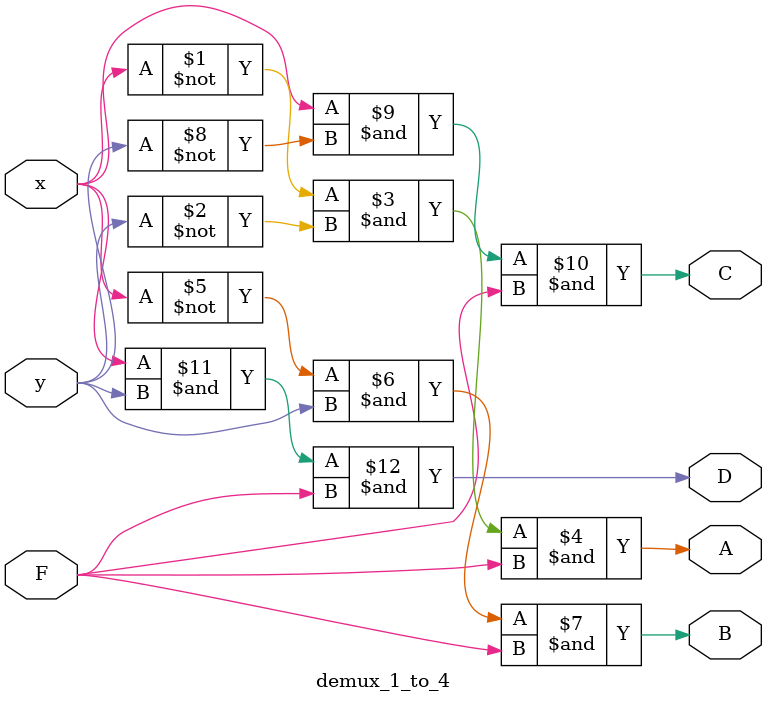
<source format=v>
`timescale 1ns / 1ps

module demux_1_to_4(
    input x,
    input y,
    input F,
    output A,
    output B,
    output C,
    output D
    );

assign A = (~x)&(~y)&F;     // ~x, ~y, F�� and
assign B = (~x)&y&F;        // ~x, y, F�� and
assign C = x&(~y)&F;        // x, ~y, F�� and
assign D = x&y&F;           // x, y, F�� and

endmodule
</source>
